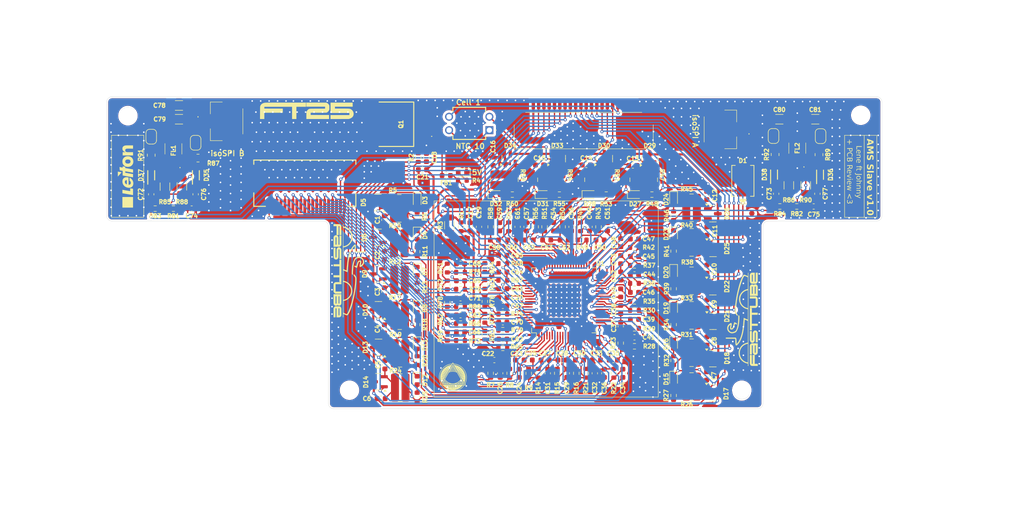
<source format=kicad_pcb>
(kicad_pcb
	(version 20240108)
	(generator "pcbnew")
	(generator_version "8.0")
	(general
		(thickness 1.6)
		(legacy_teardrops no)
	)
	(paper "A4")
	(layers
		(0 "F.Cu" signal)
		(1 "In1.Cu" signal)
		(2 "In2.Cu" signal)
		(31 "B.Cu" signal)
		(32 "B.Adhes" user "B.Adhesive")
		(33 "F.Adhes" user "F.Adhesive")
		(34 "B.Paste" user)
		(35 "F.Paste" user)
		(36 "B.SilkS" user "B.Silkscreen")
		(37 "F.SilkS" user "F.Silkscreen")
		(38 "B.Mask" user)
		(39 "F.Mask" user)
		(40 "Dwgs.User" user "User.Drawings")
		(41 "Cmts.User" user "User.Comments")
		(42 "Eco1.User" user "User.Eco1")
		(43 "Eco2.User" user "User.Eco2")
		(44 "Edge.Cuts" user)
		(45 "Margin" user)
		(46 "B.CrtYd" user "B.Courtyard")
		(47 "F.CrtYd" user "F.Courtyard")
		(48 "B.Fab" user)
		(49 "F.Fab" user)
		(50 "User.1" user)
		(51 "User.2" user)
		(52 "User.3" user)
		(53 "User.4" user)
		(54 "User.5" user)
		(55 "User.6" user)
		(56 "User.7" user)
		(57 "User.8" user)
		(58 "User.9" user)
	)
	(setup
		(stackup
			(layer "F.SilkS"
				(type "Top Silk Screen")
			)
			(layer "F.Paste"
				(type "Top Solder Paste")
			)
			(layer "F.Mask"
				(type "Top Solder Mask")
				(thickness 0.01)
			)
			(layer "F.Cu"
				(type "copper")
				(thickness 0.035)
			)
			(layer "dielectric 1"
				(type "prepreg")
				(thickness 0.1)
				(material "FR4")
				(epsilon_r 4.5)
				(loss_tangent 0.02)
			)
			(layer "In1.Cu"
				(type "copper")
				(thickness 0.035)
			)
			(layer "dielectric 2"
				(type "core")
				(thickness 1.24)
				(material "FR4")
				(epsilon_r 4.5)
				(loss_tangent 0.02)
			)
			(layer "In2.Cu"
				(type "copper")
				(thickness 0.035)
			)
			(layer "dielectric 3"
				(type "prepreg")
				(thickness 0.1)
				(material "FR4")
				(epsilon_r 4.5)
				(loss_tangent 0.02)
			)
			(layer "B.Cu"
				(type "copper")
				(thickness 0.035)
			)
			(layer "B.Mask"
				(type "Bottom Solder Mask")
				(thickness 0.01)
			)
			(layer "B.Paste"
				(type "Bottom Solder Paste")
			)
			(layer "B.SilkS"
				(type "Bottom Silk Screen")
			)
			(copper_finish "None")
			(dielectric_constraints no)
		)
		(pad_to_mask_clearance 0)
		(allow_soldermask_bridges_in_footprints no)
		(pcbplotparams
			(layerselection 0x00010fc_ffffffff)
			(plot_on_all_layers_selection 0x0000000_00000000)
			(disableapertmacros no)
			(usegerberextensions no)
			(usegerberattributes yes)
			(usegerberadvancedattributes yes)
			(creategerberjobfile yes)
			(dashed_line_dash_ratio 12.000000)
			(dashed_line_gap_ratio 3.000000)
			(svgprecision 4)
			(plotframeref no)
			(viasonmask no)
			(mode 1)
			(useauxorigin no)
			(hpglpennumber 1)
			(hpglpenspeed 20)
			(hpglpendiameter 15.000000)
			(pdf_front_fp_property_popups yes)
			(pdf_back_fp_property_popups yes)
			(dxfpolygonmode yes)
			(dxfimperialunits yes)
			(dxfusepcbnewfont yes)
			(psnegative no)
			(psa4output no)
			(plotreference yes)
			(plotvalue yes)
			(plotfptext yes)
			(plotinvisibletext no)
			(sketchpadsonfab no)
			(subtractmaskfromsilk no)
			(outputformat 1)
			(mirror no)
			(drillshape 0)
			(scaleselection 1)
			(outputdirectory "gerber/")
		)
	)
	(net 0 "")
	(net 1 "GND")
	(net 2 "Net-(U1-V+)")
	(net 3 "Net-(U1-DRIVE)")
	(net 4 "Net-(U1-VREF1)")
	(net 5 "+5V")
	(net 6 "/FilterBalancingNetwork/CB")
	(net 7 "/FilterBalancingNetwork/CB:A")
	(net 8 "/FilterBalancingNetwork/CA")
	(net 9 "/Cell 15{slash}16")
	(net 10 "/S16P")
	(net 11 "/S15P")
	(net 12 "/Cell 15{slash}14")
	(net 13 "/FilterBalancingNetwork1/CB:A")
	(net 14 "/FilterBalancingNetwork1/CB")
	(net 15 "/FilterBalancingNetwork1/CA")
	(net 16 "/S14P")
	(net 17 "/Cell 14{slash}13")
	(net 18 "/S13P")
	(net 19 "/Cell 13{slash}12")
	(net 20 "/FilterBalancingNetwork2/CB")
	(net 21 "/FilterBalancingNetwork2/CB:A")
	(net 22 "/FilterBalancingNetwork2/CA")
	(net 23 "/S12P")
	(net 24 "/Cell 12{slash}11")
	(net 25 "/S11P")
	(net 26 "/Cell 11{slash}10")
	(net 27 "/FilterBalancingNetwork3/CB")
	(net 28 "/FilterBalancingNetwork3/CB:A")
	(net 29 "/FilterBalancingNetwork3/CA")
	(net 30 "/Cell 10{slash}9")
	(net 31 "/S10P")
	(net 32 "/S9P")
	(net 33 "/Cell 9{slash}8")
	(net 34 "/FilterBalancingNetwork4/CB")
	(net 35 "/FilterBalancingNetwork4/CB:A")
	(net 36 "/FilterBalancingNetwork4/CA")
	(net 37 "/Cell 8{slash}7")
	(net 38 "/S8P")
	(net 39 "/Cell 7{slash}6")
	(net 40 "/S7P")
	(net 41 "/FilterBalancingNetwork5/CB:A")
	(net 42 "/FilterBalancingNetwork5/CB")
	(net 43 "/FilterBalancingNetwork5/CA")
	(net 44 "/Cell 6{slash}5")
	(net 45 "/S6P")
	(net 46 "/S5P")
	(net 47 "/Cell 5{slash}4")
	(net 48 "/FilterBalancingNetwork6/CB:A")
	(net 49 "/FilterBalancingNetwork6/CB")
	(net 50 "/FilterBalancingNetwork6/CA")
	(net 51 "/Cell 4{slash}3")
	(net 52 "/S4P")
	(net 53 "/S3P")
	(net 54 "/Cell 3{slash}2")
	(net 55 "/FilterBalancingNetwork7/CB")
	(net 56 "/FilterBalancingNetwork7/CB:A")
	(net 57 "/FilterBalancingNetwork7/CA")
	(net 58 "/Cell 2{slash}1")
	(net 59 "/S2P")
	(net 60 "/S1P")
	(net 61 "/NTC/V_out_1")
	(net 62 "/NTC/V_out_4")
	(net 63 "/NTC/V_out_7")
	(net 64 "/NTC/V_out_9")
	(net 65 "/NTC/V_out_2")
	(net 66 "/NTC/V_out_5")
	(net 67 "/NTC/V_out_10")
	(net 68 "/NTC/V_out_8")
	(net 69 "/NTC/V_out_3")
	(net 70 "/NTC/V_out_6")
	(net 71 "Clamp")
	(net 72 "/Cell 16")
	(net 73 "VBUS")
	(net 74 "+5V_NTC")
	(net 75 "unconnected-(U1-NC-Pad66)")
	(net 76 "/isoSPI/IPB")
	(net 77 "/isoSPI/IMA")
	(net 78 "/isoSPI/IMB")
	(net 79 "/isoSPI/IPA")
	(net 80 "Net-(C76-Pad2)")
	(net 81 "Net-(C77-Pad2)")
	(net 82 "Net-(J10-Pin_1)")
	(net 83 "Net-(JP1-B)")
	(net 84 "Net-(J10-Pin_2)")
	(net 85 "Net-(JP2-B)")
	(net 86 "Net-(JP3-B)")
	(net 87 "Net-(JP4-B)")
	(net 88 "Net-(D2-A)")
	(net 89 "Net-(D3-A)")
	(net 90 "Net-(D4-A)")
	(net 91 "Net-(D7-A)")
	(net 92 "Net-(D11-A)")
	(net 93 "Net-(D12-A)")
	(net 94 "/NTC/NTC2")
	(net 95 "/NTC/NTC3")
	(net 96 "/NTC/NTC1")
	(net 97 "/NTC/NTC6")
	(net 98 "/NTC/NTC4")
	(net 99 "/NTC/NTC5")
	(net 100 "/NTC/NTC9")
	(net 101 "/NTC/NTC7")
	(net 102 "/C2{slash}1_out")
	(net 103 "Net-(Q1-C)")
	(net 104 "Net-(D15-A)")
	(net 105 "Net-(D16-A)")
	(net 106 "Net-(D8-A)")
	(net 107 "Net-(D19-A)")
	(net 108 "Net-(D20-A)")
	(net 109 "Net-(D23-A)")
	(net 110 "Net-(D24-A)")
	(net 111 "Net-(D27-A)")
	(net 112 "Net-(D28-A)")
	(net 113 "Net-(D31-A)")
	(net 114 "Net-(D32-A)")
	(net 115 "Net-(D35-A2)")
	(net 116 "Net-(D36-A2)")
	(net 117 "Net-(D37-A2)")
	(net 118 "Net-(D38-A2)")
	(net 119 "Net-(JP1-A)")
	(net 120 "Net-(JP2-A)")
	(net 121 "Net-(JP3-A)")
	(net 122 "Net-(JP4-A)")
	(net 123 "Net-(Q1-E)")
	(net 124 "Net-(Q1-B)")
	(net 125 "/NTC/NTC8")
	(net 126 "NTC10_out")
	(net 127 "NTC10")
	(net 128 "Net-(J8-Pin_1)")
	(net 129 "Net-(J8-Pin_2)")
	(footprint "Capacitor_SMD:C_0603_1608Metric" (layer "F.Cu") (at 139.3 108.45 180))
	(footprint "Resistor_SMD:R_0603_1608Metric" (layer "F.Cu") (at 161.6 121.9 90))
	(footprint "Resistor_SMD:R_0603_1608Metric" (layer "F.Cu") (at 139.3 119.45))
	(footprint "Capacitor_SMD:C_0603_1608Metric" (layer "F.Cu") (at 177.9 121.5 90))
	(footprint "Resistor_SMD:R_0603_1608Metric" (layer "F.Cu") (at 144.2 127.599999 90))
	(footprint "Resistor_SMD:R_0603_1608Metric" (layer "F.Cu") (at 158.8625 93.8 180))
	(footprint "Capacitor_SMD:C_0603_1608Metric" (layer "F.Cu") (at 116.9 105.3 -90))
	(footprint "Package_TO_SOT_SMD:SOT-23" (layer "F.Cu") (at 167.1 87.1 90))
	(footprint "Resistor_SMD:R_0603_1608Metric" (layer "F.Cu") (at 146 127.600001 90))
	(footprint "Resistor_SMD:R_0603_1608Metric" (layer "F.Cu") (at 164.2 103.8 180))
	(footprint "LED_SMD:LED_0603_1608Metric" (layer "F.Cu") (at 123.1 108.299999 -90))
	(footprint "Capacitor_SMD:C_0603_1608Metric" (layer "F.Cu") (at 124.1 89.1 180))
	(footprint "Resistor_SMD:R_1206_3216Metric" (layer "F.Cu") (at 196.6 92.05 90))
	(footprint "Capacitor_SMD:C_0603_1608Metric" (layer "F.Cu") (at 131.3 110.1 180))
	(footprint "Resistor_SMD:R_0603_1608Metric" (layer "F.Cu") (at 139.3 116.4))
	(footprint "Package_TO_SOT_SMD:SOT-23" (layer "F.Cu") (at 115.6625 95.3 180))
	(footprint "Resistor_SMD:R_0603_1608Metric" (layer "F.Cu") (at 73.55 96.45))
	(footprint "LED_SMD:LED_0603_1608Metric" (layer "F.Cu") (at 123.1 122.2 -90))
	(footprint "Resistor_SMD:R_0603_1608Metric" (layer "F.Cu") (at 140.4 99.9 -90))
	(footprint "Slave:DLW43SH101XK2L" (layer "F.Cu") (at 77 85.15 90))
	(footprint "Capacitor_SMD:C_0603_1608Metric" (layer "F.Cu") (at 152.3 99.9 90))
	(footprint "Slave:Balancing" (layer "F.Cu") (at 119.8 117.25 180))
	(footprint "Resistor_SMD:R_0603_1608Metric" (layer "F.Cu") (at 137 127.600001 90))
	(footprint "Capacitor_SMD:C_0603_1608Metric" (layer "F.Cu") (at 137.7 125.1))
	(footprint "Capacitor_SMD:C_0603_1608Metric" (layer "F.Cu") (at 139.3 117.95 180))
	(footprint "Resistor_SMD:R_0805_2012Metric" (layer "F.Cu") (at 81.65 86.9 180))
	(footprint "Jumper:SolderJumper-2_P1.3mm_Open_RoundedPad1.0x1.5mm" (layer "F.Cu") (at 81.2 84 90))
	(footprint "Slave:illuminati" (layer "F.Cu") (at 129.85 128.3))
	(footprint "Slave:Balancing" (layer "F.Cu") (at 139.05 91 90))
	(footprint "Slave:36900000" (layer "F.Cu") (at 132.05 95))
	(footprint "Resistor_SMD:R_0603_1608Metric" (layer "F.Cu") (at 164.200002 110.6 180))
	(footprint "Resistor_SMD:R_0603_1608Metric" (layer "F.Cu") (at 150 93.8 180))
	(footprint "LED_SMD:LED_0603_1608Metric"
		(layer "F.Cu")
		(uuid "25628e8f-f679-4645-b7c2-d8b79d4e10b5")
		(at 171.6 122.1 -90)
		(descr "LED SMD 0603 (1608 Metric), square (rectangular) end terminal, IPC_7351 nominal, (Body size source: http://www.tortai-tech.com/upload/download/2011102023233369053.pdf), generated with kicad-footprint-generator")
		(tags "LED")
		(property "Reference" "D16"
			(at 0 1.4 90)
			(layer "F.SilkS")
			(uuid "4a463a98-bc15-4f9d-a335-2ae9fa9e946c")
			(effects
				(font
					(size 0.8 0.8)
					(thickness 0.2)
				)
			)
		)
		(property "Value" "LED"
			(at 0 1.43 90)
			(layer "F.Fab")
			(uuid "88716d70-b32b-431a-a007-0fc8363f2f92")
			(effects
				(font
					(size 1 1)
					(thickness 0.15)
				)
			)
		)
		(property "Footprint" "LED_SMD:LED_0603_1608Metric"
			(at 0 0 -90)
			(unlocked yes)
			(layer "F.Fab")
			(hide yes)
			(uuid "544b9176-856d-4d46-a2c7-3696ca2bf9e2")
			(effects
				(font
					(size 1.27 1.27)
				)
			)
		)
		(property "Datasheet" "https://www.we-online.com/components/products/datasheet/150060VS75000.pdf"
			(at 0 0 -90)
			(unlocked yes)
			(layer "F.Fab")
			(hide yes)
			(uuid "8924ed86-1880-4d82-887b-e2a4d6f82ea3")
			(effects
				(font
					(size 1.27 1.27)
				)
			)
		)
		(property "Description" ""
			(at 0 0 -90)
			(unlocked yes)
			(
... [2766805 chars truncated]
</source>
